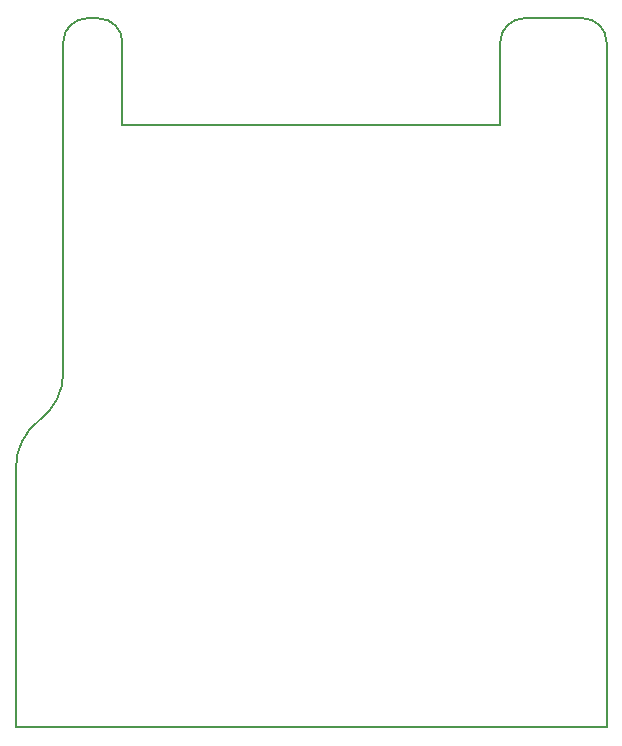
<source format=gm1>
%TF.GenerationSoftware,KiCad,Pcbnew,9.0.0-9.0.0-2~ubuntu24.04.1*%
%TF.CreationDate,2025-03-07T10:50:57+01:00*%
%TF.ProjectId,SensorBoard,53656e73-6f72-4426-9f61-72642e6b6963,rev?*%
%TF.SameCoordinates,Original*%
%TF.FileFunction,Profile,NP*%
%FSLAX46Y46*%
G04 Gerber Fmt 4.6, Leading zero omitted, Abs format (unit mm)*
G04 Created by KiCad (PCBNEW 9.0.0-9.0.0-2~ubuntu24.04.1) date 2025-03-07 10:50:57*
%MOMM*%
%LPD*%
G01*
G04 APERTURE LIST*
%TA.AperFunction,Profile*%
%ADD10C,0.200000*%
%TD*%
G04 APERTURE END LIST*
D10*
X186295000Y-81470000D02*
G75*
G02*
X188295000Y-83470000I0J-2000000D01*
G01*
X142295000Y-83470000D02*
X142295000Y-111470000D01*
X181295000Y-81470000D02*
X186295000Y-81470000D01*
X188295000Y-83470000D02*
X188295000Y-141470000D01*
X145295000Y-81470000D02*
X144295000Y-81470000D01*
X188295000Y-141470000D02*
X138295000Y-141470000D01*
X142295000Y-111470000D02*
G75*
G02*
X140295000Y-115470000I-5000000J0D01*
G01*
X179295000Y-83470000D02*
G75*
G02*
X181295000Y-81470000I2000000J0D01*
G01*
X145295000Y-81470000D02*
G75*
G02*
X147295000Y-83470000I0J-2000000D01*
G01*
X138295000Y-119470000D02*
X138295000Y-141470000D01*
X138295000Y-119470000D02*
G75*
G02*
X140295000Y-115470000I5000000J0D01*
G01*
X147295000Y-90470000D02*
X179295000Y-90470000D01*
X179295000Y-90470000D02*
X179295000Y-83470000D01*
X142295000Y-83470000D02*
G75*
G02*
X144295000Y-81470000I2000000J0D01*
G01*
X147295000Y-83470000D02*
X147295000Y-90470000D01*
M02*

</source>
